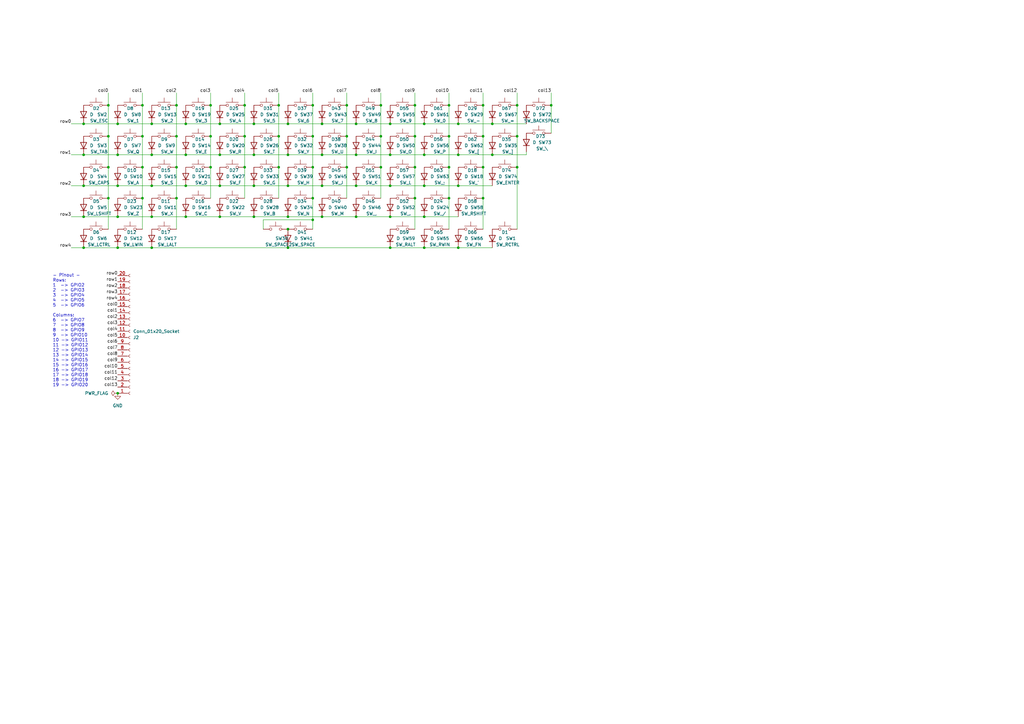
<source format=kicad_sch>
(kicad_sch (version 20230121) (generator eeschema)
  (paper "A3")
  (lib_symbols
    (symbol "Connector:Conn_01x20_Socket" (pin_names (offset 1.016) hide)
      (property "Reference" "J" (at 0 25.4 0))
      (property "Value" "Conn_01x20_Socket" (at 0 -27.94 0))
      (symbol "Conn_01x20_Socket_1_1"
        (arc (start 0 -24.892) (mid -0.5058 -25.4) (end 0 -25.908) (stroke (width 0.1524)))
        (arc (start 0 -22.352) (mid -0.5058 -22.86) (end 0 -23.368) (stroke (width 0.1524)))
        (arc (start 0 -19.812) (mid -0.5058 -20.32) (end 0 -20.828) (stroke (width 0.1524)))
        (arc (start 0 -17.272) (mid -0.5058 -17.78) (end 0 -18.288) (stroke (width 0.1524)))
        (arc (start 0 -14.732) (mid -0.5058 -15.24) (end 0 -15.748) (stroke (width 0.1524)))
        (arc (start 0 -12.192) (mid -0.5058 -12.7) (end 0 -13.208) (stroke (width 0.1524)))
        (arc (start 0 -9.652) (mid -0.5058 -10.16) (end 0 -10.668) (stroke (width 0.1524)))
        (arc (start 0 -7.112) (mid -0.5058 -7.62) (end 0 -8.128) (stroke (width 0.1524)))
        (arc (start 0 -4.572) (mid -0.5058 -5.08) (end 0 -5.588) (stroke (width 0.1524)))
        (arc (start 0 -2.032) (mid -0.5058 -2.54) (end 0 -3.048) (stroke (width 0.1524)))
        (polyline (pts (xy -1.27 -25.4) (xy -0.508 -25.4)) (stroke (width 0.1524)))
        (polyline (pts (xy -1.27 -22.86) (xy -0.508 -22.86)) (stroke (width 0.1524)))
        (polyline (pts (xy -1.27 -20.32) (xy -0.508 -20.32)) (stroke (width 0.1524)))
        (polyline (pts (xy -1.27 -17.78) (xy -0.508 -17.78)) (stroke (width 0.1524)))
        (polyline (pts (xy -1.27 -15.24) (xy -0.508 -15.24)) (stroke (width 0.1524)))
        (polyline (pts (xy -1.27 -12.7) (xy -0.508 -12.7)) (stroke (width 0.1524)))
        (polyline (pts (xy -1.27 -10.16) (xy -0.508 -10.16)) (stroke (width 0.1524)))
        (polyline (pts (xy -1.27 -7.62) (xy -0.508 -7.62)) (stroke (width 0.1524)))
        (polyline (pts (xy -1.27 -5.08) (xy -0.508 -5.08)) (stroke (width 0.1524)))
        (polyline (pts (xy -1.27 -2.54) (xy -0.508 -2.54)) (stroke (width 0.1524)))
        (polyline (pts (xy -1.27 0) (xy -0.508 0)) (stroke (width 0.1524)))
        (polyline (pts (xy -1.27 2.54) (xy -0.508 2.54)) (stroke (width 0.1524)))
        (polyline (pts (xy -1.27 5.08) (xy -0.508 5.08)) (stroke (width 0.1524)))
        (polyline (pts (xy -1.27 7.62) (xy -0.508 7.62)) (stroke (width 0.1524)))
        (polyline (pts (xy -1.27 10.16) (xy -0.508 10.16)) (stroke (width 0.1524)))
        (polyline (pts (xy -1.27 12.7) (xy -0.508 12.7)) (stroke (width 0.1524)))
        (polyline (pts (xy -1.27 15.24) (xy -0.508 15.24)) (stroke (width 0.1524)))
        (polyline (pts (xy -1.27 17.78) (xy -0.508 17.78)) (stroke (width 0.1524)))
        (polyline (pts (xy -1.27 20.32) (xy -0.508 20.32)) (stroke (width 0.1524)))
        (polyline (pts (xy -1.27 22.86) (xy -0.508 22.86)) (stroke (width 0.1524)))
        (arc (start 0 0.508) (mid -0.5058 0) (end 0 -0.508) (stroke (width 0.1524)))
        (arc (start 0 3.048) (mid -0.5058 2.54) (end 0 2.032) (stroke (width 0.1524)))
        (arc (start 0 5.588) (mid -0.5058 5.08) (end 0 4.572) (stroke (width 0.1524)))
        (arc (start 0 8.128) (mid -0.5058 7.62) (end 0 7.112) (stroke (width 0.1524)))
        (arc (start 0 10.668) (mid -0.5058 10.16) (end 0 9.652) (stroke (width 0.1524)))
        (arc (start 0 13.208) (mid -0.5058 12.7) (end 0 12.192) (stroke (width 0.1524)))
        (arc (start 0 15.748) (mid -0.5058 15.24) (end 0 14.732) (stroke (width 0.1524)))
        (arc (start 0 18.288) (mid -0.5058 17.78) (end 0 17.272) (stroke (width 0.1524)))
        (arc (start 0 20.828) (mid -0.5058 20.32) (end 0 19.812) (stroke (width 0.1524)))
        (arc (start 0 23.368) (mid -0.5058 22.86) (end 0 22.352) (stroke (width 0.1524)))
        (pin passive line (at -5.08 22.86 0) (length 3.81) (name "Pin_1") (number "1"))
        (pin passive line (at -5.08 0 0) (length 3.81) (name "Pin_10") (number "10"))
        (pin passive line (at -5.08 -2.54 0) (length 3.81) (name "Pin_11") (number "11"))
        (pin passive line (at -5.08 -5.08 0) (length 3.81) (name "Pin_12") (number "12"))
        (pin passive line (at -5.08 -7.62 0) (length 3.81) (name "Pin_13") (number "13"))
        (pin passive line (at -5.08 -10.16 0) (length 3.81) (name "Pin_14") (number "14"))
        (pin passive line (at -5.08 -12.7 0) (length 3.81) (name "Pin_15") (number "15"))
        (pin passive line (at -5.08 -15.24 0) (length 3.81) (name "Pin_16") (number "16"))
        (pin passive line (at -5.08 -17.78 0) (length 3.81) (name "Pin_17") (number "17"))
        (pin passive line (at -5.08 -20.32 0) (length 3.81) (name "Pin_18") (number "18"))
        (pin passive line (at -5.08 -22.86 0) (length 3.81) (name "Pin_19") (number "19"))
        (pin passive line (at -5.08 20.32 0) (length 3.81) (name "Pin_2") (number "2"))
        (pin passive line (at -5.08 -25.4 0) (length 3.81) (name "Pin_20") (number "20"))
        (pin passive line (at -5.08 17.78 0) (length 3.81) (name "Pin_3") (number "3"))
        (pin passive line (at -5.08 15.24 0) (length 3.81) (name "Pin_4") (number "4"))
        (pin passive line (at -5.08 12.7 0) (length 3.81) (name "Pin_5") (number "5"))
        (pin passive line (at -5.08 10.16 0) (length 3.81) (name "Pin_6") (number "6"))
        (pin passive line (at -5.08 7.62 0) (length 3.81) (name "Pin_7") (number "7"))
        (pin passive line (at -5.08 5.08 0) (length 3.81) (name "Pin_8") (number "8"))
        (pin passive line (at -5.08 2.54 0) (length 3.81) (name "Pin_9") (number "9"))
      )
    )
    (symbol "Device:D" (pin_numbers hide) (pin_names (offset 1.016) hide)
      (property "Reference" "D" (at 0 2.54 0))
      (property "Value" "D" (at 0 -2.54 0))
      (symbol "D_0_1"
        (polyline (pts (xy -1.27 1.27) (xy -1.27 -1.27)) (stroke (width 0.254)))
        (polyline (pts (xy 1.27 0) (xy -1.27 0)))
        (polyline (pts (xy 1.27 1.27) (xy 1.27 -1.27) (xy -1.27 0) (xy 1.27 1.27)) (stroke (width 0.254)))
      )
      (symbol "D_1_1"
        (pin passive line (at -3.81 0 0) (length 2.54) (name "K") (number "1"))
        (pin passive line (at 3.81 0 180) (length 2.54) (name "A") (number "2"))
      )
    )
    (symbol "Switch:SW_Push" (pin_numbers hide) (pin_names (offset 1.016) hide)
      (property "Reference" "SW" (at 1.27 2.54 0))
      (property "Value" "SW_Push" (at 0 -1.524 0))
      (symbol "SW_Push_0_1"
        (circle (center -2.032 0) (radius 0.508))
        (polyline (pts (xy 0 1.27) (xy 0 3.048)))
        (polyline (pts (xy 2.54 1.27) (xy -2.54 1.27)))
        (circle (center 2.032 0) (radius 0.508))
        (pin passive line (at -5.08 0 0) (length 2.54) (name "1") (number "1"))
        (pin passive line (at 5.08 0 180) (length 2.54) (name "2") (number "2"))
      )
    )
    (symbol "power:GND" (power) (pin_names (offset 0))
      (property "Value" "GND" (at 0 -3.81 0))
      (symbol "GND_0_1"
        (polyline (pts (xy 0 0) (xy 0 -1.27) (xy 1.27 -1.27) (xy 0 -2.54) (xy -1.27 -1.27) (xy 0 -1.27)))
      )
      (symbol "GND_1_1"
        (pin power_in line (at 0 0 270) (length 0) hide (name "GND") (number "1"))
      )
    )
    (symbol "power:PWR_FLAG" (power) (pin_numbers hide) (pin_names (offset 0) hide)
      (property "Value" "PWR_FLAG" (at 0 3.81 0))
      (symbol "PWR_FLAG_0_0"
        (pin power_out line (at 0 0 90) (length 0) (name "pwr") (number "1"))
      )
      (symbol "PWR_FLAG_0_1"
        (polyline (pts (xy 0 0) (xy 0 1.27) (xy -1.016 1.905) (xy 0 2.54) (xy 1.016 1.905) (xy 0 1.27)))
      )
    )
  )
  (junction (at 90.17 63.5))
  (junction (at 128.27 55.88))
  (junction (at 86.36 68.58))
  (junction (at 62.23 63.5))
  (junction (at 173.99 63.5))
  (junction (at 128.27 43.18))
  (junction (at 132.08 76.2))
  (junction (at 44.45 68.58))
  (junction (at 114.3 43.18))
  (junction (at 160.02 63.5))
  (junction (at 128.27 90.17))
  (junction (at 184.15 43.18))
  (junction (at 62.23 101.6))
  (junction (at 62.23 88.9))
  (junction (at 34.29 63.5))
  (junction (at 118.11 88.9))
  (junction (at 118.11 63.5))
  (junction (at 142.24 68.58))
  (junction (at 86.36 43.18))
  (junction (at 173.99 101.6))
  (junction (at 187.96 50.8))
  (junction (at 118.11 76.2))
  (junction (at 198.12 43.18))
  (junction (at 173.99 50.8))
  (junction (at 100.33 43.18))
  (junction (at 201.93 50.8))
  (junction (at 212.09 43.18))
  (junction (at 100.33 55.88))
  (junction (at 198.12 55.88))
  (junction (at 184.15 55.88))
  (junction (at 72.39 68.58))
  (junction (at 72.39 81.28))
  (junction (at 114.3 55.88))
  (junction (at 146.05 76.2))
  (junction (at 132.08 88.9))
  (junction (at 142.24 55.88))
  (junction (at 48.26 101.6))
  (junction (at 212.09 55.88))
  (junction (at 58.42 68.58))
  (junction (at 118.11 93.98))
  (junction (at 160.02 50.8))
  (junction (at 187.96 63.5))
  (junction (at 170.18 43.18))
  (junction (at 62.23 76.2))
  (junction (at 104.14 88.9))
  (junction (at 76.2 88.9))
  (junction (at 146.05 88.9))
  (junction (at 170.18 81.28))
  (junction (at 48.26 161.29))
  (junction (at 34.29 101.6))
  (junction (at 146.05 50.8))
  (junction (at 132.08 50.8))
  (junction (at 132.08 63.5))
  (junction (at 44.45 43.18))
  (junction (at 160.02 88.9))
  (junction (at 118.11 101.6))
  (junction (at 86.36 55.88))
  (junction (at 104.14 76.2))
  (junction (at 48.26 50.8))
  (junction (at 72.39 55.88))
  (junction (at 160.02 76.2))
  (junction (at 34.29 88.9))
  (junction (at 72.39 43.18))
  (junction (at 156.21 43.18))
  (junction (at 201.93 63.5))
  (junction (at 156.21 55.88))
  (junction (at 90.17 76.2))
  (junction (at 187.96 101.6))
  (junction (at 76.2 50.8))
  (junction (at 44.45 55.88))
  (junction (at 173.99 88.9))
  (junction (at 62.23 50.8))
  (junction (at 76.2 63.5))
  (junction (at 48.26 88.9))
  (junction (at 142.24 43.18))
  (junction (at 48.26 63.5))
  (junction (at 128.27 68.58))
  (junction (at 76.2 76.2))
  (junction (at 34.29 50.8))
  (junction (at 44.45 81.28))
  (junction (at 34.29 76.2))
  (junction (at 198.12 81.28))
  (junction (at 104.14 63.5))
  (junction (at 90.17 88.9))
  (junction (at 100.33 68.58))
  (junction (at 58.42 81.28))
  (junction (at 90.17 50.8))
  (junction (at 58.42 43.18))
  (junction (at 104.14 50.8))
  (junction (at 226.06 43.18))
  (junction (at 156.21 68.58))
  (junction (at 128.27 81.28))
  (junction (at 160.02 101.6))
  (junction (at 114.3 68.58))
  (junction (at 187.96 76.2))
  (junction (at 184.15 81.28))
  (junction (at 170.18 55.88))
  (junction (at 48.26 76.2))
  (junction (at 58.42 55.88))
  (junction (at 198.12 68.58))
  (junction (at 146.05 63.5))
  (junction (at 173.99 76.2))
  (junction (at 212.09 68.58))
  (junction (at 184.15 68.58))
  (junction (at 118.11 50.8))
  (junction (at 170.18 68.58))
  (wire (pts (xy 146.05 50.8) (xy 160.02 50.8)))
  (wire (pts (xy 160.02 50.8) (xy 173.99 50.8)))
  (wire (pts (xy 118.11 50.8) (xy 132.08 50.8)))
  (wire (pts (xy 142.24 68.58) (xy 142.24 81.28)))
  (wire (pts (xy 58.42 55.88) (xy 58.42 68.58)))
  (wire (pts (xy 212.09 68.58) (xy 212.09 93.98)))
  (wire (pts (xy 118.11 76.2) (xy 132.08 76.2)))
  (wire (pts (xy 90.17 88.9) (xy 104.14 88.9)))
  (wire (pts (xy 170.18 68.58) (xy 170.18 81.28)))
  (wire (pts (xy 132.08 50.8) (xy 146.05 50.8)))
  (wire (pts (xy 184.15 43.18) (xy 184.15 55.88)))
  (wire (pts (xy 76.2 63.5) (xy 90.17 63.5)))
  (wire (pts (xy 48.26 88.9) (xy 62.23 88.9)))
  (wire (pts (xy 128.27 68.58) (xy 128.27 81.28)))
  (wire (pts (xy 104.14 63.5) (xy 118.11 63.5)))
  (wire (pts (xy 58.42 81.28) (xy 58.42 93.98)))
  (wire (pts (xy 201.93 50.8) (xy 215.9 50.8)))
  (wire (pts (xy 170.18 55.88) (xy 170.18 68.58)))
  (wire (pts (xy 187.96 76.2) (xy 201.93 76.2)))
  (wire (pts (xy 118.11 88.9) (xy 132.08 88.9)))
  (wire (pts (xy 62.23 101.6) (xy 118.11 101.6)))
  (wire (pts (xy 146.05 88.9) (xy 160.02 88.9)))
  (wire (pts (xy 170.18 43.18) (xy 170.18 55.88)))
  (wire (pts (xy 90.17 76.2) (xy 104.14 76.2)))
  (wire (pts (xy 132.08 88.9) (xy 146.05 88.9)))
  (wire (pts (xy 29.21 63.5) (xy 34.29 63.5)))
  (wire (pts (xy 128.27 38.1) (xy 128.27 43.18)))
  (wire (pts (xy 104.14 50.8) (xy 118.11 50.8)))
  (wire (pts (xy 184.15 55.88) (xy 184.15 68.58)))
  (wire (pts (xy 58.42 43.18) (xy 58.42 55.88)))
  (wire (pts (xy 128.27 43.18) (xy 128.27 55.88)))
  (wire (pts (xy 198.12 43.18) (xy 198.12 55.88)))
  (wire (pts (xy 44.45 43.18) (xy 44.45 55.88)))
  (wire (pts (xy 72.39 43.18) (xy 72.39 55.88)))
  (wire (pts (xy 114.3 68.58) (xy 114.3 81.28)))
  (wire (pts (xy 72.39 81.28) (xy 72.39 93.98)))
  (wire (pts (xy 72.39 38.1) (xy 72.39 43.18)))
  (wire (pts (xy 132.08 76.2) (xy 146.05 76.2)))
  (wire (pts (xy 44.45 38.1) (xy 44.45 43.18)))
  (wire (pts (xy 100.33 43.18) (xy 100.33 55.88)))
  (wire (pts (xy 128.27 55.88) (xy 128.27 68.58)))
  (wire (pts (xy 184.15 38.1) (xy 184.15 43.18)))
  (wire (pts (xy 34.29 88.9) (xy 48.26 88.9)))
  (wire (pts (xy 187.96 63.5) (xy 173.99 63.5)))
  (wire (pts (xy 173.99 88.9) (xy 187.96 88.9)))
  (wire (pts (xy 86.36 68.58) (xy 86.36 81.28)))
  (wire (pts (xy 104.14 76.2) (xy 118.11 76.2)))
  (wire (pts (xy 76.2 50.8) (xy 90.17 50.8)))
  (wire (pts (xy 104.14 88.9) (xy 118.11 88.9)))
  (wire (pts (xy 34.29 63.5) (xy 48.26 63.5)))
  (wire (pts (xy 48.26 101.6) (xy 62.23 101.6)))
  (wire (pts (xy 29.21 50.8) (xy 34.29 50.8)))
  (wire (pts (xy 215.9 62.23) (xy 215.9 63.5)))
  (wire (pts (xy 114.3 55.88) (xy 114.3 68.58)))
  (wire (pts (xy 118.11 63.5) (xy 132.08 63.5)))
  (wire (pts (xy 76.2 76.2) (xy 90.17 76.2)))
  (wire (pts (xy 128.27 81.28) (xy 128.27 90.17)))
  (wire (pts (xy 58.42 38.1) (xy 58.42 43.18)))
  (wire (pts (xy 184.15 68.58) (xy 184.15 81.28)))
  (wire (pts (xy 187.96 101.6) (xy 201.93 101.6)))
  (wire (pts (xy 34.29 101.6) (xy 48.26 101.6)))
  (wire (pts (xy 62.23 76.2) (xy 76.2 76.2)))
  (wire (pts (xy 198.12 55.88) (xy 198.12 68.58)))
  (wire (pts (xy 198.12 38.1) (xy 198.12 43.18)))
  (wire (pts (xy 170.18 38.1) (xy 170.18 43.18)))
  (wire (pts (xy 44.45 68.58) (xy 44.45 81.28)))
  (wire (pts (xy 142.24 55.88) (xy 142.24 68.58)))
  (wire (pts (xy 34.29 50.8) (xy 48.26 50.8)))
  (wire (pts (xy 29.21 101.6) (xy 34.29 101.6)))
  (wire (pts (xy 114.3 43.18) (xy 114.3 55.88)))
  (wire (pts (xy 86.36 55.88) (xy 86.36 68.58)))
  (wire (pts (xy 212.09 38.1) (xy 212.09 43.18)))
  (wire (pts (xy 173.99 50.8) (xy 187.96 50.8)))
  (wire (pts (xy 107.95 93.98) (xy 107.95 90.17)))
  (wire (pts (xy 170.18 81.28) (xy 170.18 93.98)))
  (wire (pts (xy 86.36 43.18) (xy 86.36 55.88)))
  (wire (pts (xy 90.17 63.5) (xy 104.14 63.5)))
  (wire (pts (xy 146.05 63.5) (xy 160.02 63.5)))
  (wire (pts (xy 212.09 43.18) (xy 212.09 55.88)))
  (wire (pts (xy 100.33 68.58) (xy 100.33 81.28)))
  (wire (pts (xy 100.33 55.88) (xy 100.33 68.58)))
  (wire (pts (xy 160.02 63.5) (xy 173.99 63.5)))
  (wire (pts (xy 187.96 50.8) (xy 201.93 50.8)))
  (wire (pts (xy 142.24 38.1) (xy 142.24 43.18)))
  (wire (pts (xy 132.08 63.5) (xy 146.05 63.5)))
  (wire (pts (xy 100.33 38.1) (xy 100.33 43.18)))
  (wire (pts (xy 156.21 68.58) (xy 156.21 81.28)))
  (wire (pts (xy 44.45 55.88) (xy 44.45 68.58)))
  (wire (pts (xy 86.36 38.1) (xy 86.36 43.18)))
  (wire (pts (xy 62.23 63.5) (xy 76.2 63.5)))
  (wire (pts (xy 62.23 50.8) (xy 76.2 50.8)))
  (wire (pts (xy 173.99 101.6) (xy 187.96 101.6)))
  (wire (pts (xy 160.02 101.6) (xy 173.99 101.6)))
  (wire (pts (xy 128.27 90.17) (xy 128.27 93.98)))
  (wire (pts (xy 90.17 50.8) (xy 104.14 50.8)))
  (wire (pts (xy 48.26 63.5) (xy 62.23 63.5)))
  (wire (pts (xy 173.99 76.2) (xy 187.96 76.2)))
  (wire (pts (xy 160.02 76.2) (xy 173.99 76.2)))
  (wire (pts (xy 114.3 38.1) (xy 114.3 43.18)))
  (wire (pts (xy 29.21 88.9) (xy 34.29 88.9)))
  (wire (pts (xy 156.21 38.1) (xy 156.21 43.18)))
  (wire (pts (xy 226.06 38.1) (xy 226.06 43.18)))
  (wire (pts (xy 58.42 68.58) (xy 58.42 81.28)))
  (wire (pts (xy 44.45 81.28) (xy 44.45 93.98)))
  (wire (pts (xy 142.24 43.18) (xy 142.24 55.88)))
  (wire (pts (xy 29.21 76.2) (xy 34.29 76.2)))
  (wire (pts (xy 72.39 55.88) (xy 72.39 68.58)))
  (wire (pts (xy 198.12 68.58) (xy 198.12 81.28)))
  (wire (pts (xy 76.2 88.9) (xy 90.17 88.9)))
  (wire (pts (xy 156.21 43.18) (xy 156.21 55.88)))
  (wire (pts (xy 160.02 88.9) (xy 173.99 88.9)))
  (wire (pts (xy 72.39 68.58) (xy 72.39 81.28)))
  (wire (pts (xy 226.06 43.18) (xy 226.06 54.61)))
  (wire (pts (xy 118.11 101.6) (xy 160.02 101.6)))
  (wire (pts (xy 146.05 76.2) (xy 160.02 76.2)))
  (wire (pts (xy 198.12 81.28) (xy 198.12 93.98)))
  (wire (pts (xy 62.23 88.9) (xy 76.2 88.9)))
  (wire (pts (xy 107.95 90.17) (xy 128.27 90.17)))
  (wire (pts (xy 212.09 55.88) (xy 212.09 68.58)))
  (wire (pts (xy 156.21 55.88) (xy 156.21 68.58)))
  (wire (pts (xy 48.26 76.2) (xy 62.23 76.2)))
  (wire (pts (xy 184.15 81.28) (xy 184.15 93.98)))
  (wire (pts (xy 215.9 63.5) (xy 201.93 63.5)))
  (wire (pts (xy 201.93 63.5) (xy 187.96 63.5)))
  (wire (pts (xy 48.26 50.8) (xy 62.23 50.8)))
  (wire (pts (xy 34.29 76.2) (xy 48.26 76.2)))
  (text "- Pinout - \nRows:\n1  -> GPIO2\n2  -> GPIO3\n3  -> GPIO4\n4  -> GPIO5\n5  -> GPIO6\n\nColumns:\n6  -> GPIO7\n7  -> GPIO8\n8  -> GPIO9\n9  -> GPIO10\n10 -> GPIO11\n11 -> GPIO12\n12 -> GPIO13\n13 -> GPIO14\n14 -> GPIO15\n15 -> GPIO16\n16 -> GPIO17\n17 -> GPIO18\n18 -> GPIO19\n19 -> GPIO20" (at 21.59 158.75 0) (effects (font (size 1.27 1.27)) (justify left bottom)))
  (label "col1" (at 58.42 38.1 180))
  (label "row2" (at 29.21 76.2 180))
  (label "col1" (at 48.26 128.27 180))
  (label "col2" (at 48.26 130.81 180))
  (label "col10" (at 184.15 38.1 180))
  (label "col6" (at 48.26 140.97 180))
  (label "row2" (at 48.26 118.11 180))
  (label "col4" (at 48.26 135.89 180))
  (label "col9" (at 170.18 38.1 180))
  (label "col10" (at 48.26 151.13 180))
  (label "col13" (at 48.26 158.75 180))
  (label "col9" (at 48.26 148.59 180))
  (label "col12" (at 48.26 156.21 180))
  (label "row3" (at 48.26 120.65 180))
  (label "col3" (at 48.26 133.35 180))
  (label "col13" (at 226.06 38.1 180))
  (label "col3" (at 86.36 38.1 180))
  (label "col4" (at 100.33 38.1 180))
  (label "col2" (at 72.39 38.1 180))
  (label "row1" (at 48.26 115.57 180))
  (label "row4" (at 48.26 123.19 180))
  (label "col7" (at 48.26 143.51 180))
  (label "col0" (at 48.26 125.73 180))
  (label "row4" (at 29.21 101.6 180))
  (label "col6" (at 128.27 38.1 180))
  (label "row1" (at 29.21 63.5 180))
  (label "col8" (at 156.21 38.1 180))
  (label "col7" (at 142.24 38.1 180))
  (label "row0" (at 48.26 113.03 180))
  (label "row3" (at 29.21 88.9 180))
  (label "col8" (at 48.26 146.05 180))
  (label "col5" (at 48.26 138.43 180))
  (label "col11" (at 48.26 153.67 180))
  (label "row0" (at 29.21 50.8 180))
  (label "col12" (at 212.09 38.1 180))
  (label "col0" (at 44.45 38.1 180))
  (label "col5" (at 114.3 38.1 180))
  (label "col11" (at 198.12 38.1 180))
  (symbol (lib_id "Switch:SW_Push") (at 165.1 93.98 0) (unit 1)
    (property "Reference" "SW59" (at 167.64 97.79 0))
    (property "Value" "SW_RALT" (at 166.37 100.33 0))
    (property "Footprint" "Button_Switch_THT:SW_PUSH_6mm_square_top" (effects hide))
  )
  (symbol (lib_id "Device:D") (at 104.14 85.09 90) (unit 1)
    (property "Reference" "D28" (at 107.95 82.55 90) (effects (justify right)))
    (property "Value" "D" (at 106.68 85.09 90) (effects (justify right)))
    (property "Footprint" "Diode_SMD:D_SOD-123" (effects hide))
    (property "Sim.Device" "D" (effects hide))
    (property "Sim.Pins" "1=K 2=A" (effects hide))
  )
  (symbol (lib_id "Switch:SW_Push") (at 207.01 93.98 0) (unit 1)
    (property "Reference" "SW1" (at 209.55 97.79 0))
    (property "Value" "SW_RCTRL" (at 208.28 100.33 0))
    (property "Footprint" "Button_Switch_THT:SW_PUSH_6mm_square_top" (effects hide))
  )
  (symbol (lib_id "Switch:SW_Push") (at 207.01 68.58 0) (unit 1)
    (property "Reference" "SW74" (at 209.55 72.39 0))
    (property "Value" "SW_ENTER" (at 208.28 74.93 0))
    (property "Footprint" "Button_Switch_THT:SW_PUSH_6mm_square_top" (effects hide))
  )
  (symbol (lib_id "Switch:SW_Push") (at 67.31 93.98 0) (unit 1)
    (property "Reference" "SW17" (at 69.85 97.79 0))
    (property "Value" "SW_LALT" (at 68.58 100.33 0))
    (property "Footprint" "Button_Switch_THT:SW_PUSH_6mm_square_top" (effects hide))
  )
  (symbol (lib_id "Switch:SW_Push") (at 113.03 93.98 0) (unit 1)
    (property "Reference" "SW30" (at 115.57 97.79 0))
    (property "Value" "SW_SPACE2" (at 114.3 100.33 0))
    (property "Footprint" "Button_Switch_THT:SW_PUSH_6mm_square_top" (effects hide))
  )
  (symbol (lib_id "Switch:SW_Push") (at 53.34 43.18 0) (unit 1)
    (property "Reference" "SW8" (at 55.88 46.99 0))
    (property "Value" "SW_1" (at 54.61 49.53 0))
    (property "Footprint" "Button_Switch_THT:SW_PUSH_6mm_square_top" (effects hide))
  )
  (symbol (lib_id "Switch:SW_Push") (at 67.31 55.88 0) (unit 1)
    (property "Reference" "SW9" (at 69.85 59.69 0))
    (property "Value" "SW_W" (at 68.58 62.23 0))
    (property "Footprint" "Button_Switch_THT:SW_PUSH_6mm_square_top" (effects hide))
  )
  (symbol (lib_id "Device:D") (at 62.23 97.79 90) (unit 1)
    (property "Reference" "D17" (at 66.04 95.25 90) (effects (justify right)))
    (property "Value" "D" (at 64.77 97.79 90) (effects (justify right)))
    (property "Footprint" "Diode_SMD:D_SOD-123" (effects hide))
    (property "Sim.Device" "D" (effects hide))
    (property "Sim.Pins" "1=K 2=A" (effects hide))
  )
  (symbol (lib_id "Device:D") (at 48.26 59.69 90) (unit 1)
    (property "Reference" "D7" (at 52.07 57.15 90) (effects (justify right)))
    (property "Value" "D" (at 50.8 59.69 90) (effects (justify right)))
    (property "Footprint" "Diode_SMD:D_SOD-123" (effects hide))
    (property "Sim.Device" "D" (effects hide))
    (property "Sim.Pins" "1=K 2=A" (effects hide))
  )
  (symbol (lib_id "Device:D") (at 132.08 46.99 90) (unit 1)
    (property "Reference" "D43" (at 135.89 44.45 90) (effects (justify right)))
    (property "Value" "D" (at 134.62 46.99 90) (effects (justify right)))
    (property "Footprint" "Diode_SMD:D_SOD-123" (effects hide))
    (property "Sim.Device" "D" (effects hide))
    (property "Sim.Pins" "1=K 2=A" (effects hide))
  )
  (symbol (lib_id "Switch:SW_Push") (at 193.04 55.88 0) (unit 1)
    (property "Reference" "SW62" (at 195.58 59.69 0))
    (property "Value" "SW_[" (at 194.31 62.23 0))
    (property "Footprint" "Button_Switch_THT:SW_PUSH_6mm_square_top" (effects hide))
  )
  (symbol (lib_id "Switch:SW_Push") (at 193.04 68.58 0) (unit 1)
    (property "Reference" "SW18" (at 195.58 72.39 0))
    (property "Value" "SW_'" (at 194.31 74.93 0))
    (property "Footprint" "Button_Switch_THT:SW_PUSH_6mm_square_top" (effects hide))
  )
  (symbol (lib_id "Device:D") (at 48.26 46.99 90) (unit 1)
    (property "Reference" "D8" (at 52.07 44.45 90) (effects (justify right)))
    (property "Value" "D" (at 50.8 46.99 90) (effects (justify right)))
    (property "Footprint" "Diode_SMD:D_SOD-123" (effects hide))
    (property "Sim.Device" "D" (effects hide))
    (property "Sim.Pins" "1=K 2=A" (effects hide))
  )
  (symbol (lib_id "Switch:SW_Push") (at 109.22 55.88 0) (unit 1)
    (property "Reference" "SW26" (at 111.76 59.69 0))
    (property "Value" "SW_T" (at 110.49 62.23 0))
    (property "Footprint" "Button_Switch_THT:SW_PUSH_6mm_square_top" (effects hide))
  )
  (symbol (lib_id "Switch:SW_Push") (at 193.04 93.98 0) (unit 1)
    (property "Reference" "SW66" (at 195.58 97.79 0))
    (property "Value" "SW_FN" (at 194.31 100.33 0))
    (property "Footprint" "Button_Switch_THT:SW_PUSH_6mm_square_top" (effects hide))
  )
  (symbol (lib_id "Device:D") (at 173.99 46.99 90) (unit 1)
    (property "Reference" "D61" (at 177.8 44.45 90) (effects (justify right)))
    (property "Value" "D" (at 176.53 46.99 90) (effects (justify right)))
    (property "Footprint" "Diode_SMD:D_SOD-123" (effects hide))
    (property "Sim.Device" "D" (effects hide))
    (property "Sim.Pins" "1=K 2=A" (effects hide))
  )
  (symbol (lib_id "Switch:SW_Push") (at 220.98 43.18 0) (unit 1)
    (property "Reference" "SW72" (at 223.52 46.99 0))
    (property "Value" "SW_BACKSPACE" (at 222.25 49.53 0))
    (property "Footprint" "Button_Switch_THT:SW_PUSH_6mm_square_top" (effects hide))
  )
  (symbol (lib_id "Device:D") (at 76.2 46.99 90) (unit 1)
    (property "Reference" "D19" (at 80.01 44.45 90) (effects (justify right)))
    (property "Value" "D" (at 78.74 46.99 90) (effects (justify right)))
    (property "Footprint" "Diode_SMD:D_SOD-123" (effects hide))
    (property "Sim.Device" "D" (effects hide))
    (property "Sim.Pins" "1=K 2=A" (effects hide))
  )
  (symbol (lib_id "Device:D") (at 173.99 85.09 90) (unit 1)
    (property "Reference" "D24" (at 177.8 82.55 90) (effects (justify right)))
    (property "Value" "D" (at 176.53 85.09 90) (effects (justify right)))
    (property "Footprint" "Diode_SMD:D_SOD-123" (effects hide))
    (property "Sim.Device" "D" (effects hide))
    (property "Sim.Pins" "1=K 2=A" (effects hide))
  )
  (symbol (lib_id "Switch:SW_Push") (at 179.07 43.18 0) (unit 1)
    (property "Reference" "SW61" (at 181.61 46.99 0))
    (property "Value" "SW_0" (at 180.34 49.53 0))
    (property "Footprint" "Button_Switch_THT:SW_PUSH_6mm_square_top" (effects hide))
  )
  (symbol (lib_id "Switch:SW_Push") (at 179.07 55.88 0) (unit 1)
    (property "Reference" "SW56" (at 181.61 59.69 0))
    (property "Value" "SW_P" (at 180.34 62.23 0))
    (property "Footprint" "Button_Switch_THT:SW_PUSH_6mm_square_top" (effects hide))
  )
  (symbol (lib_id "Switch:SW_Push") (at 81.28 43.18 0) (unit 1)
    (property "Reference" "SW19" (at 83.82 46.99 0))
    (property "Value" "SW_3" (at 82.55 49.53 0))
    (property "Footprint" "Button_Switch_THT:SW_PUSH_6mm_square_top" (effects hide))
  )
  (symbol (lib_id "Device:D") (at 173.99 97.79 90) (unit 1)
    (property "Reference" "D65" (at 177.8 95.25 90) (effects (justify right)))
    (property "Value" "D" (at 176.53 97.79 90) (effects (justify right)))
    (property "Footprint" "Diode_SMD:D_SOD-123" (effects hide))
    (property "Sim.Device" "D" (effects hide))
    (property "Sim.Pins" "1=K 2=A" (effects hide))
  )
  (symbol (lib_id "Switch:SW_Push") (at 81.28 55.88 0) (unit 1)
    (property "Reference" "SW14" (at 83.82 59.69 0))
    (property "Value" "SW_E" (at 82.55 62.23 0))
    (property "Footprint" "Button_Switch_THT:SW_PUSH_6mm_square_top" (effects hide))
  )
  (symbol (lib_id "Device:D") (at 132.08 59.69 90) (unit 1)
    (property "Reference" "D38" (at 135.89 57.15 90) (effects (justify right)))
    (property "Value" "D" (at 134.62 59.69 90) (effects (justify right)))
    (property "Footprint" "Diode_SMD:D_SOD-123" (effects hide))
    (property "Sim.Device" "D" (effects hide))
    (property "Sim.Pins" "1=K 2=A" (effects hide))
  )
  (symbol (lib_id "Switch:SW_Push") (at 53.34 93.98 0) (unit 1)
    (property "Reference" "SW12" (at 55.88 97.79 0))
    (property "Value" "SW_LWIN" (at 54.61 100.33 0))
    (property "Footprint" "Button_Switch_THT:SW_PUSH_6mm_square_top" (effects hide))
  )
  (symbol (lib_id "Device:D") (at 146.05 59.69 90) (unit 1)
    (property "Reference" "D44" (at 149.86 57.15 90) (effects (justify right)))
    (property "Value" "D" (at 148.59 59.69 90) (effects (justify right)))
    (property "Footprint" "Diode_SMD:D_SOD-123" (effects hide))
    (property "Sim.Device" "D" (effects hide))
    (property "Sim.Pins" "1=K 2=A" (effects hide))
  )
  (symbol (lib_id "Device:D") (at 34.29 97.79 90) (unit 1)
    (property "Reference" "D6" (at 38.1 95.25 90) (effects (justify right)))
    (property "Value" "D" (at 36.83 97.79 90) (effects (justify right)))
    (property "Footprint" "Diode_SMD:D_SOD-123" (effects hide))
    (property "Sim.Device" "D" (effects hide))
    (property "Sim.Pins" "1=K 2=A" (effects hide))
  )
  (symbol (lib_id "Switch:SW_Push") (at 39.37 68.58 0) (unit 1)
    (property "Reference" "SW4" (at 41.91 72.39 0))
    (property "Value" "SW_CAPS" (at 40.64 74.93 0))
    (property "Footprint" "Button_Switch_THT:SW_PUSH_6mm_square_top" (effects hide))
  )
  (symbol (lib_id "Switch:SW_Push") (at 123.19 43.18 0) (unit 1)
    (property "Reference" "SW37" (at 125.73 46.99 0))
    (property "Value" "SW_6" (at 124.46 49.53 0))
    (property "Footprint" "Button_Switch_THT:SW_PUSH_6mm_square_top" (effects hide))
  )
  (symbol (lib_id "Switch:SW_Push") (at 53.34 55.88 0) (unit 1)
    (property "Reference" "SW7" (at 55.88 59.69 0))
    (property "Value" "SW_Q" (at 54.61 62.23 0))
    (property "Footprint" "Button_Switch_THT:SW_PUSH_6mm_square_top" (effects hide))
  )
  (symbol (lib_id "Switch:SW_Push") (at 95.25 68.58 0) (unit 1)
    (property "Reference" "SW27" (at 97.79 72.39 0))
    (property "Value" "SW_F" (at 96.52 74.93 0))
    (property "Footprint" "Button_Switch_THT:SW_PUSH_6mm_square_top" (effects hide))
  )
  (symbol (lib_id "Switch:SW_Push") (at 109.22 81.28 0) (unit 1)
    (property "Reference" "SW28" (at 111.76 85.09 0))
    (property "Value" "SW_B" (at 110.49 87.63 0))
    (property "Footprint" "Button_Switch_THT:SW_PUSH_6mm_square_top" (effects hide))
  )
  (symbol (lib_id "Switch:SW_Push") (at 123.19 55.88 0) (unit 1)
    (property "Reference" "SW32" (at 125.73 59.69 0))
    (property "Value" "SW_Y" (at 124.46 62.23 0))
    (property "Footprint" "Button_Switch_THT:SW_PUSH_6mm_square_top" (effects hide))
  )
  (symbol (lib_id "Switch:SW_Push") (at 123.19 68.58 0) (unit 1)
    (property "Reference" "SW39" (at 125.73 72.39 0))
    (property "Value" "SW_H" (at 124.46 74.93 0))
    (property "Footprint" "Button_Switch_THT:SW_PUSH_6mm_square_top" (effects hide))
  )
  (symbol (lib_id "Device:D") (at 62.23 46.99 90) (unit 1)
    (property "Reference" "D13" (at 66.04 44.45 90) (effects (justify right)))
    (property "Value" "D" (at 64.77 46.99 90) (effects (justify right)))
    (property "Footprint" "Diode_SMD:D_SOD-123" (effects hide))
    (property "Sim.Device" "D" (effects hide))
    (property "Sim.Pins" "1=K 2=A" (effects hide))
  )
  (symbol (lib_id "Device:D") (at 187.96 46.99 90) (unit 1)
    (property "Reference" "D29" (at 191.77 44.45 90) (effects (justify right)))
    (property "Value" "D" (at 190.5 46.99 90) (effects (justify right)))
    (property "Footprint" "Diode_SMD:D_SOD-123" (effects hide))
    (property "Sim.Device" "D" (effects hide))
    (property "Sim.Pins" "1=K 2=A" (effects hide))
  )
  (symbol (lib_id "Switch:SW_Push") (at 39.37 43.18 0) (unit 1)
    (property "Reference" "SW2" (at 41.91 46.99 0))
    (property "Value" "SW_ESC" (at 40.64 49.53 0))
    (property "Footprint" "Button_Switch_THT:SW_PUSH_6mm_square_top" (effects hide))
  )
  (symbol (lib_id "Switch:SW_Push") (at 109.22 43.18 0) (unit 1)
    (property "Reference" "SW31" (at 111.76 46.99 0))
    (property "Value" "SW_5" (at 110.49 49.53 0))
    (property "Footprint" "Button_Switch_THT:SW_PUSH_6mm_square_top" (effects hide))
  )
  (symbol (lib_id "Switch:SW_Push") (at 165.1 81.28 0) (unit 1)
    (property "Reference" "SW52" (at 167.64 85.09 0))
    (property "Value" "SW_." (at 166.37 87.63 0))
    (property "Footprint" "Button_Switch_THT:SW_PUSH_6mm_square_top" (effects hide))
  )
  (symbol (lib_id "Device:D") (at 187.96 85.09 90) (unit 1)
    (property "Reference" "D58" (at 191.77 82.55 90) (effects (justify right)))
    (property "Value" "D" (at 190.5 85.09 90) (effects (justify right)))
    (property "Footprint" "Diode_SMD:D_SOD-123" (effects hide))
    (property "Sim.Device" "D" (effects hide))
    (property "Sim.Pins" "1=K 2=A" (effects hide))
  )
  (symbol (lib_id "Switch:SW_Push") (at 123.19 93.98 0) (unit 1)
    (property "Reference" "SW41" (at 125.73 97.79 0))
    (property "Value" "SW_SPACE" (at 124.46 100.33 0))
    (property "Footprint" "Button_Switch_THT:SW_PUSH_6mm_square_top" (effects hide))
  )
  (symbol (lib_id "Device:D") (at 132.08 85.09 90) (unit 1)
    (property "Reference" "D40" (at 135.89 82.55 90) (effects (justify right)))
    (property "Value" "D" (at 134.62 85.09 90) (effects (justify right)))
    (property "Footprint" "Diode_SMD:D_SOD-123" (effects hide))
    (property "Sim.Device" "D" (effects hide))
    (property "Sim.Pins" "1=K 2=A" (effects hide))
  )
  (symbol (lib_id "Switch:SW_Push") (at 81.28 81.28 0) (unit 1)
    (property "Reference" "SW16" (at 83.82 85.09 0))
    (property "Value" "SW_C" (at 82.55 87.63 0))
    (property "Footprint" "Button_Switch_THT:SW_PUSH_6mm_square_top" (effects hide))
  )
  (symbol (lib_id "Device:D") (at 132.08 72.39 90) (unit 1)
    (property "Reference" "D45" (at 135.89 69.85 90) (effects (justify right)))
    (property "Value" "D" (at 134.62 72.39 90) (effects (justify right)))
    (property "Footprint" "Diode_SMD:D_SOD-123" (effects hide))
    (property "Sim.Device" "D" (effects hide))
    (property "Sim.Pins" "1=K 2=A" (effects hide))
  )
  (symbol (lib_id "Device:D") (at 62.23 59.69 90) (unit 1)
    (property "Reference" "D9" (at 66.04 57.15 90) (effects (justify right)))
    (property "Value" "D" (at 64.77 59.69 90) (effects (justify right)))
    (property "Footprint" "Diode_SMD:D_SOD-123" (effects hide))
    (property "Sim.Device" "D" (effects hide))
    (property "Sim.Pins" "1=K 2=A" (effects hide))
  )
  (symbol (lib_id "Switch:SW_Push") (at 179.07 93.98 0) (unit 1)
    (property "Reference" "SW65" (at 181.61 97.79 0))
    (property "Value" "SW_RWIN" (at 180.34 100.33 0))
    (property "Footprint" "Button_Switch_THT:SW_PUSH_6mm_square_top" (effects hide))
  )
  (symbol (lib_id "Device:D") (at 160.02 72.39 90) (unit 1)
    (property "Reference" "D57" (at 163.83 69.85 90) (effects (justify right)))
    (property "Value" "D" (at 162.56 72.39 90) (effects (justify right)))
    (property "Footprint" "Diode_SMD:D_SOD-123" (effects hide))
    (property "Sim.Device" "D" (effects hide))
    (property "Sim.Pins" "1=K 2=A" (effects hide))
  )
  (symbol (lib_id "Device:D") (at 34.29 85.09 90) (unit 1)
    (property "Reference" "D5" (at 38.1 82.55 90) (effects (justify right)))
    (property "Value" "D" (at 36.83 85.09 90) (effects (justify right)))
    (property "Footprint" "Diode_SMD:D_SOD-123" (effects hide))
    (property "Sim.Device" "D" (effects hide))
    (property "Sim.Pins" "1=K 2=A" (effects hide))
  )
  (symbol (lib_id "Device:D") (at 173.99 59.69 90) (unit 1)
    (property "Reference" "D56" (at 177.8 57.15 90) (effects (justify right)))
    (property "Value" "D" (at 176.53 59.69 90) (effects (justify right)))
    (property "Footprint" "Diode_SMD:D_SOD-123" (effects hide))
    (property "Sim.Device" "D" (effects hide))
    (property "Sim.Pins" "1=K 2=A" (effects hide))
  )
  (symbol (lib_id "Switch:SW_Push") (at 137.16 68.58 0) (unit 1)
    (property "Reference" "SW45" (at 139.7 72.39 0))
    (property "Value" "SW_J" (at 138.43 74.93 0))
    (property "Footprint" "Button_Switch_THT:SW_PUSH_6mm_square_top" (effects hide))
  )
  (symbol (lib_id "Device:D") (at 160.02 97.79 90) (unit 1)
    (property "Reference" "D59" (at 163.83 95.25 90) (effects (justify right)))
    (property "Value" "D" (at 162.56 97.79 90) (effects (justify right)))
    (property "Footprint" "Diode_SMD:D_SOD-123" (effects hide))
    (property "Sim.Device" "D" (effects hide))
    (property "Sim.Pins" "1=K 2=A" (effects hide))
  )
  (symbol (lib_id "Switch:SW_Push") (at 220.98 54.61 0) (unit 1)
    (property "Reference" "SW73" (at 223.52 58.42 0))
    (property "Value" "SW_\\" (at 222.25 60.96 0))
    (property "Footprint" "Button_Switch_THT:SW_PUSH_6mm_square_top" (effects hide))
  )
  (symbol (lib_id "Device:D") (at 187.96 72.39 90) (unit 1)
    (property "Reference" "D18" (at 191.77 69.85 90) (effects (justify right)))
    (property "Value" "D" (at 190.5 72.39 90) (effects (justify right)))
    (property "Footprint" "Diode_SMD:D_SOD-123" (effects hide))
    (property "Sim.Device" "D" (effects hide))
    (property "Sim.Pins" "1=K 2=A" (effects hide))
  )
  (symbol (lib_id "Switch:SW_Push") (at 81.28 68.58 0) (unit 1)
    (property "Reference" "SW21" (at 83.82 72.39 0))
    (property "Value" "SW_D" (at 82.55 74.93 0))
    (property "Footprint" "Button_Switch_THT:SW_PUSH_6mm_square_top" (effects hide))
  )
  (symbol (lib_id "Device:D") (at 48.26 72.39 90) (unit 1)
    (property "Reference" "D10" (at 52.07 69.85 90) (effects (justify right)))
    (property "Value" "D" (at 50.8 72.39 90) (effects (justify right)))
    (property "Footprint" "Diode_SMD:D_SOD-123" (effects hide))
    (property "Sim.Device" "D" (effects hide))
    (property "Sim.Pins" "1=K 2=A" (effects hide))
  )
  (symbol (lib_id "Device:D") (at 76.2 85.09 90) (unit 1)
    (property "Reference" "D16" (at 80.01 82.55 90) (effects (justify right)))
    (property "Value" "D" (at 78.74 85.09 90) (effects (justify right)))
    (property "Footprint" "Diode_SMD:D_SOD-123" (effects hide))
    (property "Sim.Device" "D" (effects hide))
    (property "Sim.Pins" "1=K 2=A" (effects hide))
  )
  (symbol (lib_id "Device:D") (at 62.23 85.09 90) (unit 1)
    (property "Reference" "D11" (at 66.04 82.55 90) (effects (justify right)))
    (property "Value" "D" (at 64.77 85.09 90) (effects (justify right)))
    (property "Footprint" "Diode_SMD:D_SOD-123" (effects hide))
    (property "Sim.Device" "D" (effects hide))
    (property "Sim.Pins" "1=K 2=A" (effects hide))
  )
  (symbol (lib_id "Switch:SW_Push") (at 207.01 55.88 0) (unit 1)
    (property "Reference" "SW35" (at 209.55 59.69 0))
    (property "Value" "SW_]" (at 208.28 62.23 0))
    (property "Footprint" "Button_Switch_THT:SW_PUSH_6mm_square_top" (effects hide))
  )
  (symbol (lib_id "Device:D") (at 90.17 72.39 90) (unit 1)
    (property "Reference" "D27" (at 93.98 69.85 90) (effects (justify right)))
    (property "Value" "D" (at 92.71 72.39 90) (effects (justify right)))
    (property "Footprint" "Diode_SMD:D_SOD-123" (effects hide))
    (property "Sim.Device" "D" (effects hide))
    (property "Sim.Pins" "1=K 2=A" (effects hide))
  )
  (symbol (lib_id "Device:D") (at 104.14 46.99 90) (unit 1)
    (property "Reference" "D31" (at 107.95 44.45 90) (effects (justify right)))
    (property "Value" "D" (at 106.68 46.99 90) (effects (justify right)))
    (property "Footprint" "Diode_SMD:D_SOD-123" (effects hide))
    (property "Sim.Device" "D" (effects hide))
    (property "Sim.Pins" "1=K 2=A" (effects hide))
  )
  (symbol (lib_id "power:GND") (at 48.26 161.29 0) (unit 1)
    (property "Reference" "#PWR01" (effects hide))
    (property "Value" "GND" (at 48.26 166.37 0))
  )
  (symbol (lib_id "Switch:SW_Push") (at 67.31 43.18 0) (unit 1)
    (property "Reference" "SW13" (at 69.85 46.99 0))
    (property "Value" "SW_2" (at 68.58 49.53 0))
    (property "Footprint" "Button_Switch_THT:SW_PUSH_6mm_square_top" (effects hide))
  )
  (symbol (lib_id "Device:D") (at 34.29 46.99 90) (unit 1)
    (property "Reference" "D2" (at 38.1 44.45 90) (effects (justify right)))
    (property "Value" "D" (at 36.83 46.99 90) (effects (justify right)))
    (property "Footprint" "Diode_SMD:D_SOD-123" (effects hide))
    (property "Sim.Device" "D" (effects hide))
    (property "Sim.Pins" "1=K 2=A" (effects hide))
  )
  (symbol (lib_id "Device:D") (at 48.26 85.09 90) (unit 1)
    (property "Reference" "D23" (at 52.07 82.55 90) (effects (justify right)))
    (property "Value" "D" (at 50.8 85.09 90) (effects (justify right)))
    (property "Footprint" "Diode_SMD:D_SOD-123" (effects hide))
    (property "Sim.Device" "D" (effects hide))
    (property "Sim.Pins" "1=K 2=A" (effects hide))
  )
  (symbol (lib_id "Device:D") (at 215.9 46.99 90) (unit 1)
    (property "Reference" "D72" (at 219.71 44.45 90) (effects (justify right)))
    (property "Value" "D" (at 218.44 46.99 90) (effects (justify right)))
    (property "Footprint" "Diode_SMD:D_SOD-123" (effects hide))
    (property "Sim.Device" "D" (effects hide))
    (property "Sim.Pins" "1=K 2=A" (effects hide))
  )
  (symbol (lib_id "Device:D") (at 201.93 72.39 90) (unit 1)
    (property "Reference" "D74" (at 205.74 69.85 90) (effects (justify right)))
    (property "Value" "D" (at 204.47 72.39 90) (effects (justify right)))
    (property "Footprint" "Diode_SMD:D_SOD-123" (effects hide))
    (property "Sim.Device" "D" (effects hide))
    (property "Sim.Pins" "1=K 2=A" (effects hide))
  )
  (symbol (lib_id "Device:D") (at 48.26 97.79 90) (unit 1)
    (property "Reference" "D12" (at 52.07 95.25 90) (effects (justify right)))
    (property "Value" "D" (at 50.8 97.79 90) (effects (justify right)))
    (property "Footprint" "Diode_SMD:D_SOD-123" (effects hide))
    (property "Sim.Device" "D" (effects hide))
    (property "Sim.Pins" "1=K 2=A" (effects hide))
  )
  (symbol (lib_id "Switch:SW_Push") (at 95.25 55.88 0) (unit 1)
    (property "Reference" "SW20" (at 97.79 59.69 0))
    (property "Value" "SW_R" (at 96.52 62.23 0))
    (property "Footprint" "Button_Switch_THT:SW_PUSH_6mm_square_top" (effects hide))
  )
  (symbol (lib_id "Device:D") (at 146.05 85.09 90) (unit 1)
    (property "Reference" "D46" (at 149.86 82.55 90) (effects (justify right)))
    (property "Value" "D" (at 148.59 85.09 90) (effects (justify right)))
    (property "Footprint" "Diode_SMD:D_SOD-123" (effects hide))
    (property "Sim.Device" "D" (effects hide))
    (property "Sim.Pins" "1=K 2=A" (effects hide))
  )
  (symbol (lib_id "Device:D") (at 76.2 59.69 90) (unit 1)
    (property "Reference" "D14" (at 80.01 57.15 90) (effects (justify right)))
    (property "Value" "D" (at 78.74 59.69 90) (effects (justify right)))
    (property "Footprint" "Diode_SMD:D_SOD-123" (effects hide))
    (property "Sim.Device" "D" (effects hide))
    (property "Sim.Pins" "1=K 2=A" (effects hide))
  )
  (symbol (lib_id "Switch:SW_Push") (at 179.07 68.58 0) (unit 1)
    (property "Reference" "SW63" (at 181.61 72.39 0))
    (property "Value" "SW_;" (at 180.34 74.93 0))
    (property "Footprint" "Button_Switch_THT:SW_PUSH_6mm_square_top" (effects hide))
  )
  (symbol (lib_id "Device:D") (at 90.17 85.09 90) (unit 1)
    (property "Reference" "D22" (at 93.98 82.55 90) (effects (justify right)))
    (property "Value" "D" (at 92.71 85.09 90) (effects (justify right)))
    (property "Footprint" "Diode_SMD:D_SOD-123" (effects hide))
    (property "Sim.Device" "D" (effects hide))
    (property "Sim.Pins" "1=K 2=A" (effects hide))
  )
  (symbol (lib_id "Device:D") (at 201.93 59.69 90) (unit 1)
    (property "Reference" "D35" (at 205.74 57.15 90) (effects (justify right)))
    (property "Value" "D" (at 204.47 59.69 90) (effects (justify right)))
    (property "Footprint" "Diode_SMD:D_SOD-123" (effects hide))
    (property "Sim.Device" "D" (effects hide))
    (property "Sim.Pins" "1=K 2=A" (effects hide))
  )
  (symbol (lib_id "Device:D") (at 34.29 59.69 90) (unit 1)
    (property "Reference" "D3" (at 38.1 57.15 90) (effects (justify right)))
    (property "Value" "D" (at 36.83 59.69 90) (effects (justify right)))
    (property "Footprint" "Diode_SMD:D_SOD-123" (effects hide))
    (property "Sim.Device" "D" (effects hide))
    (property "Sim.Pins" "1=K 2=A" (effects hide))
  )
  (symbol (lib_id "Switch:SW_Push") (at 151.13 43.18 0) (unit 1)
    (property "Reference" "SW49" (at 153.67 46.99 0))
    (property "Value" "SW_8" (at 152.4 49.53 0))
    (property "Footprint" "Button_Switch_THT:SW_PUSH_6mm_square_top" (effects hide))
  )
  (symbol (lib_id "Device:D") (at 118.11 85.09 90) (unit 1)
    (property "Reference" "D34" (at 121.92 82.55 90) (effects (justify right)))
    (property "Value" "D" (at 120.65 85.09 90) (effects (justify right)))
    (property "Footprint" "Diode_SMD:D_SOD-123" (effects hide))
    (property "Sim.Device" "D" (effects hide))
    (property "Sim.Pins" "1=K 2=A" (effects hide))
  )
  (symbol (lib_id "Switch:SW_Push") (at 165.1 55.88 0) (unit 1)
    (property "Reference" "SW50" (at 167.64 59.69 0))
    (property "Value" "SW_O" (at 166.37 62.23 0))
    (property "Footprint" "Button_Switch_THT:SW_PUSH_6mm_square_top" (effects hide))
  )
  (symbol (lib_id "Device:D") (at 146.05 46.99 90) (unit 1)
    (property "Reference" "D49" (at 149.86 44.45 90) (effects (justify right)))
    (property "Value" "D" (at 148.59 46.99 90) (effects (justify right)))
    (property "Footprint" "Diode_SMD:D_SOD-123" (effects hide))
    (property "Sim.Device" "D" (effects hide))
    (property "Sim.Pins" "1=K 2=A" (effects hide))
  )
  (symbol (lib_id "Device:D") (at 187.96 97.79 90) (unit 1)
    (property "Reference" "D66" (at 191.77 95.25 90) (effects (justify right)))
    (property "Value" "D" (at 190.5 97.79 90) (effects (justify right)))
    (property "Footprint" "Diode_SMD:D_SOD-123" (effects hide))
    (property "Sim.Device" "D" (effects hide))
    (property "Sim.Pins" "1=K 2=A" (effects hide))
  )
  (symbol (lib_id "Switch:SW_Push") (at 137.16 43.18 0) (unit 1)
    (property "Reference" "SW43" (at 139.7 46.99 0))
    (property "Value" "SW_7" (at 138.43 49.53 0))
    (property "Footprint" "Button_Switch_THT:SW_PUSH_6mm_square_top" (effects hide))
  )
  (symbol (lib_id "Switch:SW_Push") (at 165.1 68.58 0) (unit 1)
    (property "Reference" "SW57" (at 167.64 72.39 0))
    (property "Value" "SW_L" (at 166.37 74.93 0))
    (property "Footprint" "Button_Switch_THT:SW_PUSH_6mm_square_top" (effects hide))
  )
  (symbol (lib_id "Switch:SW_Push") (at 123.19 81.28 0) (unit 1)
    (property "Reference" "SW34" (at 125.73 85.09 0))
    (property "Value" "SW_N" (at 124.46 87.63 0))
    (property "Footprint" "Button_Switch_THT:SW_PUSH_6mm_square_top" (effects hide))
  )
  (symbol (lib_id "Device:D") (at 173.99 72.39 90) (unit 1)
    (property "Reference" "D63" (at 177.8 69.85 90) (effects (justify right)))
    (property "Value" "D" (at 176.53 72.39 90) (effects (justify right)))
    (property "Footprint" "Diode_SMD:D_SOD-123" (effects hide))
    (property "Sim.Device" "D" (effects hide))
    (property "Sim.Pins" "1=K 2=A" (effects hide))
  )
  (symbol (lib_id "Device:D") (at 118.11 59.69 90) (unit 1)
    (property "Reference" "D32" (at 121.92 57.15 90) (effects (justify right)))
    (property "Value" "D" (at 120.65 59.69 90) (effects (justify right)))
    (property "Footprint" "Diode_SMD:D_SOD-123" (effects hide))
    (property "Sim.Device" "D" (effects hide))
    (property "Sim.Pins" "1=K 2=A" (effects hide))
  )
  (symbol (lib_id "Device:D") (at 118.11 97.79 90) (unit 1)
    (property "Reference" "D41" (at 121.92 95.25 90) (effects (justify right)))
    (property "Value" "D" (at 120.65 97.79 90) (effects (justify right)))
    (property "Footprint" "Diode_SMD:D_SOD-123" (effects hide))
    (property "Sim.Device" "D" (effects hide))
    (property "Sim.Pins" "1=K 2=A" (effects hide))
  )
  (symbol (lib_id "Device:D") (at 160.02 46.99 90) (unit 1)
    (property "Reference" "D55" (at 163.83 44.45 90) (effects (justify right)))
    (property "Value" "D" (at 162.56 46.99 90) (effects (justify right)))
    (property "Footprint" "Diode_SMD:D_SOD-123" (effects hide))
    (property "Sim.Device" "D" (effects hide))
    (property "Sim.Pins" "1=K 2=A" (effects hide))
  )
  (symbol (lib_id "Switch:SW_Push") (at 67.31 68.58 0) (unit 1)
    (property "Reference" "SW15" (at 69.85 72.39 0))
    (property "Value" "SW_S" (at 68.58 74.93 0))
    (property "Footprint" "Button_Switch_THT:SW_PUSH_6mm_square_top" (effects hide))
  )
  (symbol (lib_id "Device:D") (at 201.93 97.79 90) (unit 1)
    (property "Reference" "D1" (at 205.74 95.25 90) (effects (justify right)))
    (property "Value" "D" (at 204.47 97.79 90) (effects (justify right)))
    (property "Footprint" "Diode_SMD:D_SOD-123" (effects hide))
    (property "Sim.Device" "D" (effects hide))
    (property "Sim.Pins" "1=K 2=A" (effects hide))
  )
  (symbol (lib_id "Device:D") (at 104.14 72.39 90) (unit 1)
    (property "Reference" "D33" (at 107.95 69.85 90) (effects (justify right)))
    (property "Value" "D" (at 106.68 72.39 90) (effects (justify right)))
    (property "Footprint" "Diode_SMD:D_SOD-123" (effects hide))
    (property "Sim.Device" "D" (effects hide))
    (property "Sim.Pins" "1=K 2=A" (effects hide))
  )
  (symbol (lib_id "Device:D") (at 104.14 59.69 90) (unit 1)
    (property "Reference" "D26" (at 107.95 57.15 90) (effects (justify right)))
    (property "Value" "D" (at 106.68 59.69 90) (effects (justify right)))
    (property "Footprint" "Diode_SMD:D_SOD-123" (effects hide))
    (property "Sim.Device" "D" (effects hide))
    (property "Sim.Pins" "1=K 2=A" (effects hide))
  )
  (symbol (lib_id "Connector:Conn_01x20_Socket") (at 53.34 138.43 0) (mirror x) (unit 1)
    (property "Reference" "J2" (at 54.61 138.43 0) (effects (justify left)))
    (property "Value" "Conn_01x20_Socket" (at 54.61 135.89 0) (effects (justify left)))
    (property "Footprint" "Connector_PinSocket_2.54mm:PinSocket_1x20_P2.54mm_Vertical" (effects hide))
  )
  (symbol (lib_id "Switch:SW_Push") (at 151.13 55.88 0) (unit 1)
    (property "Reference" "SW44" (at 153.67 59.69 0))
    (property "Value" "SW_I" (at 152.4 62.23 0))
    (property "Footprint" "Button_Switch_THT:SW_PUSH_6mm_square_top" (effects hide))
  )
  (symbol (lib_id "Switch:SW_Push") (at 39.37 55.88 0) (unit 1)
    (property "Reference" "SW3" (at 41.91 59.69 0))
    (property "Value" "SW_TAB" (at 40.64 62.23 0))
    (property "Footprint" "Button_Switch_THT:SW_PUSH_6mm_square_top" (effects hide))
  )
  (symbol (lib_id "Switch:SW_Push") (at 53.34 68.58 0) (unit 1)
    (property "Reference" "SW10" (at 55.88 72.39 0))
    (property "Value" "SW_A" (at 54.61 74.93 0))
    (property "Footprint" "Button_Switch_THT:SW_PUSH_6mm_square_top" (effects hide))
  )
  (symbol (lib_id "Switch:SW_Push") (at 165.1 43.18 0) (unit 1)
    (property "Reference" "SW55" (at 167.64 46.99 0))
    (property "Value" "SW_9" (at 166.37 49.53 0))
    (property "Footprint" "Button_Switch_THT:SW_PUSH_6mm_square_top" (effects hide))
  )
  (symbol (lib_id "Switch:SW_Push") (at 95.25 43.18 0) (unit 1)
    (property "Reference" "SW25" (at 97.79 46.99 0))
    (property "Value" "SW_4" (at 96.52 49.53 0))
    (property "Footprint" "Button_Switch_THT:SW_PUSH_6mm_square_top" (effects hide))
  )
  (symbol (lib_id "Device:D") (at 34.29 72.39 90) (unit 1)
    (property "Reference" "D4" (at 38.1 69.85 90) (effects (justify right)))
    (property "Value" "D" (at 36.83 72.39 90) (effects (justify right)))
    (property "Footprint" "Diode_SMD:D_SOD-123" (effects hide))
    (property "Sim.Device" "D" (effects hide))
    (property "Sim.Pins" "1=K 2=A" (effects hide))
  )
  (symbol (lib_id "Device:D") (at 118.11 46.99 90) (unit 1)
    (property "Reference" "D37" (at 121.92 44.45 90) (effects (justify right)))
    (property "Value" "D" (at 120.65 46.99 90) (effects (justify right)))
    (property "Footprint" "Diode_SMD:D_SOD-123" (effects hide))
    (property "Sim.Device" "D" (effects hide))
    (property "Sim.Pins" "1=K 2=A" (effects hide))
  )
  (symbol (lib_id "Switch:SW_Push") (at 193.04 43.18 0) (unit 1)
    (property "Reference" "SW29" (at 195.58 46.99 0))
    (property "Value" "SW_-" (at 194.31 49.53 0))
    (property "Footprint" "Button_Switch_THT:SW_PUSH_6mm_square_top" (effects hide))
  )
  (symbol (lib_id "Device:D") (at 215.9 58.42 90) (unit 1)
    (property "Reference" "D73" (at 219.71 55.88 90) (effects (justify right)))
    (property "Value" "D" (at 218.44 58.42 90) (effects (justify right)))
    (property "Footprint" "Diode_SMD:D_SOD-123" (effects hide))
    (property "Sim.Device" "D" (effects hide))
    (property "Sim.Pins" "1=K 2=A" (effects hide))
  )
  (symbol (lib_id "Switch:SW_Push") (at 193.04 81.28 0) (unit 1)
    (property "Reference" "SW58" (at 195.58 85.09 0))
    (property "Value" "SW_RSHIFT" (at 194.31 87.63 0))
    (property "Footprint" "Button_Switch_THT:SW_PUSH_6mm_square_top" (effects hide))
  )
  (symbol (lib_id "Switch:SW_Push") (at 39.37 93.98 0) (unit 1)
    (property "Reference" "SW6" (at 41.91 97.79 0))
    (property "Value" "SW_LCTRL" (at 40.64 100.33 0))
    (property "Footprint" "Button_Switch_THT:SW_PUSH_6mm_square_top" (effects hide))
  )
  (symbol (lib_id "Device:D") (at 201.93 46.99 90) (unit 1)
    (property "Reference" "D67" (at 205.74 44.45 90) (effects (justify right)))
    (property "Value" "D" (at 204.47 46.99 90) (effects (justify right)))
    (property "Footprint" "Diode_SMD:D_SOD-123" (effects hide))
    (property "Sim.Device" "D" (effects hide))
    (property "Sim.Pins" "1=K 2=A" (effects hide))
  )
  (symbol (lib_id "Switch:SW_Push") (at 151.13 68.58 0) (unit 1)
    (property "Reference" "SW51" (at 153.67 72.39 0))
    (property "Value" "SW_K" (at 152.4 74.93 0))
    (property "Footprint" "Button_Switch_THT:SW_PUSH_6mm_square_top" (effects hide))
  )
  (symbol (lib_id "power:PWR_FLAG") (at 48.26 161.29 90) (unit 1)
    (property "Reference" "#FLG01" (effects hide))
    (property "Value" "PWR_FLAG" (at 44.45 161.29 90) (effects (justify left)))
  )
  (symbol (lib_id "Switch:SW_Push") (at 207.01 43.18 0) (unit 1)
    (property "Reference" "SW67" (at 209.55 46.99 0))
    (property "Value" "SW_=" (at 208.28 49.53 0))
    (property "Footprint" "Button_Switch_THT:SW_PUSH_6mm_square_top" (effects hide))
  )
  (symbol (lib_id "Switch:SW_Push") (at 137.16 55.88 0) (unit 1)
    (property "Reference" "SW38" (at 139.7 59.69 0))
    (property "Value" "SW_U" (at 138.43 62.23 0))
    (property "Footprint" "Button_Switch_THT:SW_PUSH_6mm_square_top" (effects hide))
  )
  (symbol (lib_id "Switch:SW_Push") (at 53.34 81.28 0) (unit 1)
    (property "Reference" "SW23" (at 55.88 85.09 0))
    (property "Value" "SW_Z" (at 54.61 87.63 0))
    (property "Footprint" "Button_Switch_THT:SW_PUSH_6mm_square_top" (effects hide))
  )
  (symbol (lib_id "Device:D") (at 160.02 85.09 90) (unit 1)
    (property "Reference" "D52" (at 163.83 82.55 90) (effects (justify right)))
    (property "Value" "D" (at 162.56 85.09 90) (effects (justify right)))
    (property "Footprint" "Diode_SMD:D_SOD-123" (effects hide))
    (property "Sim.Device" "D" (effects hide))
    (property "Sim.Pins" "1=K 2=A" (effects hide))
  )
  (symbol (lib_id "Switch:SW_Push") (at 137.16 81.28 0) (unit 1)
    (property "Reference" "SW40" (at 139.7 85.09 0))
    (property "Value" "SW_M" (at 138.43 87.63 0))
    (property "Footprint" "Button_Switch_THT:SW_PUSH_6mm_square_top" (effects hide))
  )
  (symbol (lib_id "Switch:SW_Push") (at 39.37 81.28 0) (unit 1)
    (property "Reference" "SW5" (at 41.91 85.09 0))
    (property "Value" "SW_LSHIFT" (at 40.64 87.63 0))
    (property "Footprint" "Button_Switch_THT:SW_PUSH_6mm_square_top" (effects hide))
  )
  (symbol (lib_id "Device:D") (at 62.23 72.39 90) (unit 1)
    (property "Reference" "D15" (at 66.04 69.85 90) (effects (justify right)))
    (property "Value" "D" (at 64.77 72.39 90) (effects (justify right)))
    (property "Footprint" "Diode_SMD:D_SOD-123" (effects hide))
    (property "Sim.Device" "D" (effects hide))
    (property "Sim.Pins" "1=K 2=A" (effects hide))
  )
  (symbol (lib_id "Switch:SW_Push") (at 95.25 81.28 0) (unit 1)
    (property "Reference" "SW22" (at 97.79 85.09 0))
    (property "Value" "SW_V" (at 96.52 87.63 0))
    (property "Footprint" "Button_Switch_THT:SW_PUSH_6mm_square_top" (effects hide))
  )
  (symbol (lib_id "Device:D") (at 187.96 59.69 90) (unit 1)
    (property "Reference" "D62" (at 191.77 57.15 90) (effects (justify right)))
    (property "Value" "D" (at 190.5 59.69 90) (effects (justify right)))
    (property "Footprint" "Diode_SMD:D_SOD-123" (effects hide))
    (property "Sim.Device" "D" (effects hide))
    (property "Sim.Pins" "1=K 2=A" (effects hide))
  )
  (symbol (lib_id "Device:D") (at 146.05 72.39 90) (unit 1)
    (property "Reference" "D51" (at 149.86 69.85 90) (effects (justify right)))
    (property "Value" "D" (at 148.59 72.39 90) (effects (justify right)))
    (property "Footprint" "Diode_SMD:D_SOD-123" (effects hide))
    (property "Sim.Device" "D" (effects hide))
    (property "Sim.Pins" "1=K 2=A" (effects hide))
  )
  (symbol (lib_id "Switch:SW_Push") (at 109.22 68.58 0) (unit 1)
    (property "Reference" "SW33" (at 111.76 72.39 0))
    (property "Value" "SW_G" (at 110.49 74.93 0))
    (property "Footprint" "Button_Switch_THT:SW_PUSH_6mm_square_top" (effects hide))
  )
  (symbol (lib_id "Device:D") (at 118.11 72.39 90) (unit 1)
    (property "Reference" "D39" (at 121.92 69.85 90) (effects (justify right)))
    (property "Value" "D" (at 120.65 72.39 90) (effects (justify right)))
    (property "Footprint" "Diode_SMD:D_SOD-123" (effects hide))
    (property "Sim.Device" "D" (effects hide))
    (property "Sim.Pins" "1=K 2=A" (effects hide))
  )
  (symbol (lib_id "Switch:SW_Push") (at 151.13 81.28 0) (unit 1)
    (property "Reference" "SW46" (at 153.67 85.09 0))
    (property "Value" "SW_," (at 152.4 87.63 0))
    (property "Footprint" "Button_Switch_THT:SW_PUSH_6mm_square_top" (effects hide))
  )
  (symbol (lib_id "Switch:SW_Push") (at 67.31 81.28 0) (unit 1)
    (property "Reference" "SW11" (at 69.85 85.09 0))
    (property "Value" "SW_X" (at 68.58 87.63 0))
    (property "Footprint" "Button_Switch_THT:SW_PUSH_6mm_square_top" (effects hide))
  )
  (symbol (lib_id "Switch:SW_Push") (at 179.07 81.28 0) (unit 1)
    (property "Reference" "SW24" (at 181.61 85.09 0))
    (property "Value" "SW_/" (at 180.34 87.63 0))
    (property "Footprint" "Button_Switch_THT:SW_PUSH_6mm_square_top" (effects hide))
  )
  (symbol (lib_id "Device:D") (at 76.2 72.39 90) (unit 1)
    (property "Reference" "D21" (at 80.01 69.85 90) (effects (justify right)))
    (property "Value" "D" (at 78.74 72.39 90) (effects (justify right)))
    (property "Footprint" "Diode_SMD:D_SOD-123" (effects hide))
    (property "Sim.Device" "D" (effects hide))
    (property "Sim.Pins" "1=K 2=A" (effects hide))
  )
  (symbol (lib_id "Device:D") (at 160.02 59.69 90) (unit 1)
    (property "Reference" "D50" (at 163.83 57.15 90) (effects (justify right)))
    (property "Value" "D" (at 162.56 59.69 90) (effects (justify right)))
    (property "Footprint" "Diode_SMD:D_SOD-123" (effects hide))
    (property "Sim.Device" "D" (effects hide))
    (property "Sim.Pins" "1=K 2=A" (effects hide))
  )
  (symbol (lib_id "Device:D") (at 90.17 46.99 90) (unit 1)
    (property "Reference" "D25" (at 93.98 44.45 90) (effects (justify right)))
    (property "Value" "D" (at 92.71 46.99 90) (effects (justify right)))
    (property "Footprint" "Diode_SMD:D_SOD-123" (effects hide))
    (property "Sim.Device" "D" (effects hide))
    (property "Sim.Pins" "1=K 2=A" (effects hide))
  )
  (symbol (lib_id "Device:D") (at 90.17 59.69 90) (unit 1)
    (property "Reference" "D20" (at 93.98 57.15 90) (effects (justify right)))
    (property "Value" "D" (at 92.71 59.69 90) (effects (justify right)))
    (property "Footprint" "Diode_SMD:D_SOD-123" (effects hide))
    (property "Sim.Device" "D" (effects hide))
    (property "Sim.Pins" "1=K 2=A" (effects hide))
  )
)
</source>
